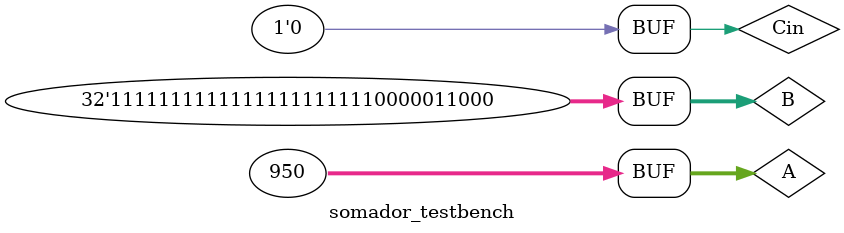
<source format=v>
`include "./somador.v"

module somador_testbench;

    reg[31:0] A, B;
    wire[31:0] Res;
    reg Cin;
    wire Cout;
    
    SOMADOR #(.SIZE(32)) UUT(
        .X(A),
        .Y(B),
        .S(Res),
        .Cin(Cin),
        .Cout(Cout)
    );

    initial begin
        $monitor("A: %b; B: %b; S = %b", A, B, Res);
        Cin = 0;
        A = 32'b111110100; // 500
        B = 32'b11111111111111111111111000111110; // -450
        #5000;
        A = 32'b111110100; // 500
        B = 32'b000111000010; // 450
        #5000;
        A = 32'b001110110110; // 950
        B = 32'b11111111111111111111110000011000; // -1000
        
    end

endmodule
</source>
